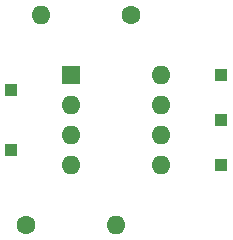
<source format=gbr>
G04 #@! TF.FileFunction,Copper,L1,Top,Signal*
%FSLAX46Y46*%
G04 Gerber Fmt 4.6, Leading zero omitted, Abs format (unit mm)*
G04 Created by KiCad (PCBNEW 4.0.7) date 01/25/19 00:49:24*
%MOMM*%
%LPD*%
G01*
G04 APERTURE LIST*
%ADD10C,0.100000*%
%ADD11R,1.000000X1.000000*%
%ADD12C,1.600000*%
%ADD13O,1.600000X1.600000*%
%ADD14R,1.600000X1.600000*%
G04 APERTURE END LIST*
D10*
D11*
X160020000Y-88900000D03*
X142240000Y-95250000D03*
X142240000Y-90170000D03*
X160020000Y-96520000D03*
X160020000Y-92710000D03*
D12*
X143510000Y-101600000D03*
D13*
X151130000Y-101600000D03*
D12*
X152400000Y-83820000D03*
D13*
X144780000Y-83820000D03*
D14*
X147320000Y-88900000D03*
D13*
X154940000Y-96520000D03*
X147320000Y-91440000D03*
X154940000Y-93980000D03*
X147320000Y-93980000D03*
X154940000Y-91440000D03*
X147320000Y-96520000D03*
X154940000Y-88900000D03*
M02*

</source>
